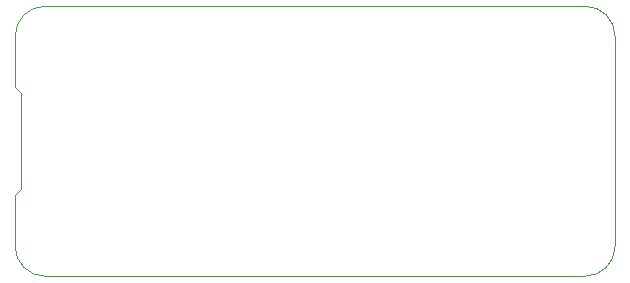
<source format=gko>
G04*
G04 #@! TF.GenerationSoftware,Altium Limited,Altium Designer,20.1.11 (218)*
G04*
G04 Layer_Color=16711935*
%FSLAX25Y25*%
%MOIN*%
G70*
G04*
G04 #@! TF.SameCoordinates,8FD927A0-C605-41AB-96FE-A5BD1A317AAA*
G04*
G04*
G04 #@! TF.FilePolarity,Positive*
G04*
G01*
G75*
%ADD86C,0.00050*%
D86*
X0Y10000D02*
G03*
X10000Y0I10000J0D01*
G01*
X190000D02*
G03*
X200000Y10000I0J10000D01*
G01*
Y80000D02*
G03*
X190000Y90000I-10000J0D01*
G01*
X10000D02*
G03*
X0Y80000I0J-10000D01*
G01*
X10000Y0D02*
X190000D01*
X200000Y10000D02*
Y80000D01*
X10000Y90000D02*
X190000D01*
X0Y63000D02*
Y80000D01*
Y63000D02*
X2000Y61000D01*
Y29000D02*
Y61000D01*
X0Y27000D02*
X2000Y29000D01*
X0Y10000D02*
Y27000D01*
M02*

</source>
